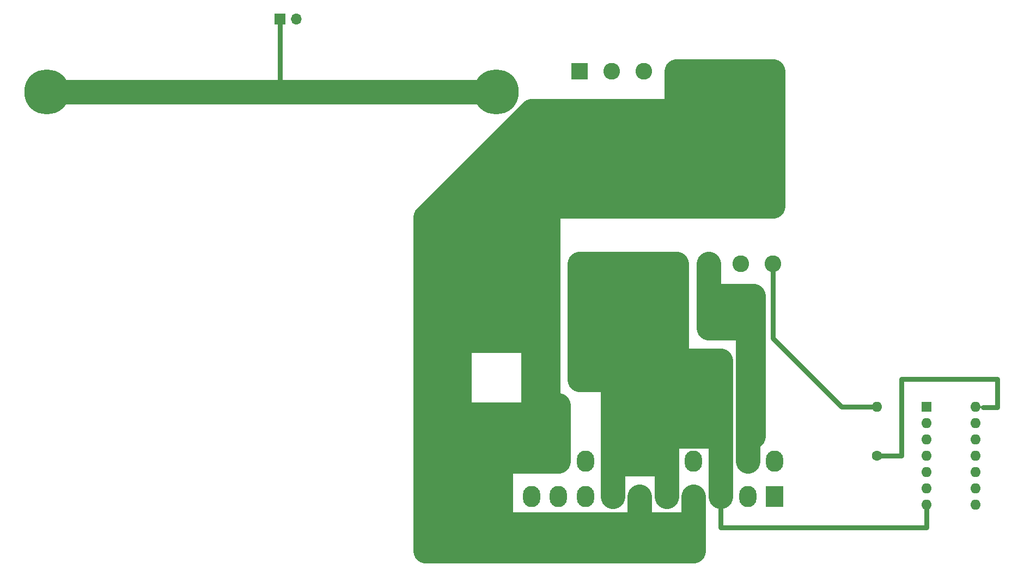
<source format=gbl>
G04 #@! TF.GenerationSoftware,KiCad,Pcbnew,(6.0.6)*
G04 #@! TF.CreationDate,2022-12-15T15:42:19-06:00*
G04 #@! TF.ProjectId,X6800 PicoPSU v2,58363830-3020-4506-9963-6f5053552076,rev?*
G04 #@! TF.SameCoordinates,Original*
G04 #@! TF.FileFunction,Copper,L2,Bot*
G04 #@! TF.FilePolarity,Positive*
%FSLAX46Y46*%
G04 Gerber Fmt 4.6, Leading zero omitted, Abs format (unit mm)*
G04 Created by KiCad (PCBNEW (6.0.6)) date 2022-12-15 15:42:19*
%MOMM*%
%LPD*%
G01*
G04 APERTURE LIST*
G04 #@! TA.AperFunction,ComponentPad*
%ADD10C,7.000000*%
G04 #@! TD*
G04 #@! TA.AperFunction,ComponentPad*
%ADD11C,0.800000*%
G04 #@! TD*
G04 #@! TA.AperFunction,ComponentPad*
%ADD12C,2.600000*%
G04 #@! TD*
G04 #@! TA.AperFunction,ComponentPad*
%ADD13R,2.600000X2.600000*%
G04 #@! TD*
G04 #@! TA.AperFunction,ComponentPad*
%ADD14O,2.700000X3.300000*%
G04 #@! TD*
G04 #@! TA.AperFunction,ComponentPad*
%ADD15R,2.700000X3.300000*%
G04 #@! TD*
G04 #@! TA.AperFunction,ComponentPad*
%ADD16O,1.600000X1.600000*%
G04 #@! TD*
G04 #@! TA.AperFunction,ComponentPad*
%ADD17R,1.600000X1.600000*%
G04 #@! TD*
G04 #@! TA.AperFunction,ComponentPad*
%ADD18C,1.600000*%
G04 #@! TD*
G04 #@! TA.AperFunction,ComponentPad*
%ADD19O,1.700000X1.700000*%
G04 #@! TD*
G04 #@! TA.AperFunction,ComponentPad*
%ADD20R,1.700000X1.700000*%
G04 #@! TD*
G04 #@! TA.AperFunction,Conductor*
%ADD21C,0.800000*%
G04 #@! TD*
G04 #@! TA.AperFunction,Conductor*
%ADD22C,3.800000*%
G04 #@! TD*
G04 #@! TA.AperFunction,Conductor*
%ADD23C,3.500000*%
G04 #@! TD*
G04 #@! TA.AperFunction,Conductor*
%ADD24C,0.250000*%
G04 #@! TD*
G04 APERTURE END LIST*
D10*
X134025000Y-65175000D03*
D11*
X136650000Y-65175000D03*
X135881155Y-67031155D03*
X134025000Y-67800000D03*
X132168845Y-67031155D03*
X131400000Y-65175000D03*
X132168845Y-63318845D03*
X134025000Y-62550000D03*
X135881155Y-63318845D03*
D12*
X177000000Y-92000000D03*
X172000000Y-92000000D03*
X167000000Y-92000000D03*
X162000000Y-92000000D03*
X157000000Y-92000000D03*
X152000000Y-92000000D03*
D13*
X147000000Y-92000000D03*
D14*
X139500000Y-122700000D03*
X143700000Y-122700000D03*
X147900000Y-122700000D03*
X152100000Y-122700000D03*
X156300000Y-122700000D03*
X160500000Y-122700000D03*
X164700000Y-122700000D03*
X168900000Y-122700000D03*
X173100000Y-122700000D03*
X177300000Y-122700000D03*
X139500000Y-128200000D03*
X143700000Y-128200000D03*
X147900000Y-128200000D03*
X152100000Y-128200000D03*
X156300000Y-128200000D03*
X160500000Y-128200000D03*
X164700000Y-128200000D03*
X168900000Y-128200000D03*
X173100000Y-128200000D03*
D15*
X177300000Y-128200000D03*
D16*
X208520000Y-114280000D03*
X200900000Y-129520000D03*
X208520000Y-116820000D03*
X200900000Y-126980000D03*
X208520000Y-119360000D03*
X200900000Y-124440000D03*
X208520000Y-121900000D03*
X200900000Y-121900000D03*
X208520000Y-124440000D03*
X200900000Y-119360000D03*
X208520000Y-126980000D03*
X200900000Y-116820000D03*
X208520000Y-129520000D03*
D17*
X200900000Y-114280000D03*
D16*
X193228734Y-114280000D03*
D18*
X193228734Y-121900000D03*
D19*
X102908100Y-53908960D03*
D20*
X100368100Y-53908960D03*
D13*
X147000000Y-62000000D03*
D12*
X152000000Y-62000000D03*
X157000000Y-62000000D03*
X162000000Y-62000000D03*
X167000000Y-62000000D03*
X172000000Y-62000000D03*
X177000000Y-62000000D03*
D11*
X66031155Y-63318845D03*
X64175000Y-62550000D03*
X62318845Y-63318845D03*
X61550000Y-65175000D03*
X62318845Y-67031155D03*
X64175000Y-67800000D03*
X66031155Y-67031155D03*
X66800000Y-65175000D03*
D10*
X64175000Y-65175000D03*
D21*
X200900000Y-133000000D02*
X168900000Y-133000000D01*
X168900000Y-133000000D02*
X168900000Y-128200000D01*
X200900000Y-129520000D02*
X200900000Y-133000000D01*
X211900000Y-109900000D02*
X197000000Y-109900000D01*
X197000000Y-109900000D02*
X197000000Y-121900000D01*
X197000000Y-121900000D02*
X193228734Y-121900000D01*
D22*
X173100000Y-97000000D02*
X173100000Y-122700000D01*
X167000000Y-92000000D02*
X167000000Y-102000000D01*
D21*
X193228734Y-114280000D02*
X187680000Y-114280000D01*
X177000000Y-103600000D02*
X177000000Y-92000000D01*
X187680000Y-114280000D02*
X177000000Y-103600000D01*
D22*
X160500000Y-128200000D02*
X160500000Y-122700000D01*
X160500000Y-122700000D02*
X160500000Y-95200000D01*
D23*
X157000000Y-113700000D02*
X157000000Y-92000000D01*
X156300000Y-122700000D02*
X156300000Y-95200000D01*
X152000000Y-117200000D02*
X152000000Y-92000000D01*
D22*
X152100000Y-110000000D02*
X152100000Y-122700000D01*
X147000000Y-92000000D02*
X147000000Y-110000000D01*
X152100000Y-122700000D02*
X152100000Y-128200000D01*
D23*
X152100000Y-123300000D02*
X160500000Y-123300000D01*
D22*
X168900000Y-128200000D02*
X168900000Y-122700000D01*
X168900000Y-107000000D02*
X168900000Y-122700000D01*
X162000000Y-117200000D02*
X162000000Y-92000000D01*
X162000000Y-92000000D02*
X147000000Y-92000000D01*
D23*
X162000000Y-95200000D02*
X147000000Y-95200000D01*
X152100000Y-120700000D02*
X160500000Y-120700000D01*
D22*
X152100000Y-118800000D02*
X168800000Y-118800000D01*
D23*
X152100000Y-115200000D02*
X168700000Y-115200000D01*
X149700000Y-110000000D02*
X149700000Y-95200000D01*
X154200000Y-113000000D02*
X154200000Y-95100000D01*
D22*
X147000000Y-110000000D02*
X168900000Y-110000000D01*
D24*
X164700000Y-133600000D02*
X164600000Y-133700000D01*
D22*
X164700000Y-128200000D02*
X164700000Y-136700000D01*
X156300000Y-128200000D02*
X156300000Y-133700000D01*
X123000000Y-132500000D02*
X164700000Y-132500000D01*
D21*
X209671370Y-114300000D02*
X211900000Y-114300000D01*
D24*
X209651370Y-114280000D02*
X209671370Y-114300000D01*
X208520000Y-114280000D02*
X209651370Y-114280000D01*
D21*
X211900000Y-114300000D02*
X211900000Y-109900000D01*
D22*
X100400000Y-65175000D02*
X134025000Y-65175000D01*
D21*
X100368100Y-53908960D02*
X100368100Y-65143100D01*
D22*
X64175000Y-65175000D02*
X100400000Y-65175000D01*
X139500000Y-83000000D02*
X177000000Y-83000000D01*
X177000000Y-83000000D02*
X177000000Y-62000000D01*
X162000000Y-68200000D02*
X162000000Y-62000000D01*
X139500000Y-68200000D02*
X177000000Y-68200000D01*
D24*
X139500000Y-69000000D02*
X139600000Y-69100000D01*
X162100000Y-69100000D02*
X162000000Y-69000000D01*
D22*
X130000000Y-122700000D02*
X143700000Y-122700000D01*
X143700000Y-114000000D02*
X143700000Y-122700000D01*
X142100000Y-119400000D02*
X142100000Y-69000000D01*
X162000000Y-62000000D02*
X177000000Y-62000000D01*
D23*
X162000000Y-64900000D02*
X177000000Y-64900000D01*
X123000000Y-134700000D02*
X164700000Y-134700000D01*
D22*
X123000000Y-136700000D02*
X164700000Y-136700000D01*
X139500000Y-118000000D02*
X139500000Y-122700000D01*
D24*
X122500000Y-132200000D02*
X123000000Y-132700000D01*
D22*
X123000000Y-84700000D02*
X123000000Y-136700000D01*
X139500000Y-68200000D02*
X123000000Y-84700000D01*
D23*
X139500000Y-75600000D02*
X139500000Y-68200000D01*
X125700000Y-83200000D02*
X125700000Y-135200000D01*
X128400000Y-80000000D02*
X128400000Y-134000000D01*
X131400000Y-77200000D02*
X131400000Y-92300000D01*
X139000000Y-74200000D02*
X139000000Y-89300000D01*
X133800000Y-75200000D02*
X133800000Y-90300000D01*
X139000000Y-71200000D02*
X176500000Y-71200000D01*
X138600000Y-74100000D02*
X176100000Y-74100000D01*
X138500000Y-77200000D02*
X176000000Y-77200000D01*
X139100000Y-79900000D02*
X176600000Y-79900000D01*
D22*
X141900000Y-103900000D02*
X126900000Y-103900000D01*
X141100000Y-100700000D02*
X126100000Y-100700000D01*
X140400000Y-97400000D02*
X125400000Y-97400000D01*
X140900000Y-94400000D02*
X125900000Y-94400000D01*
X140600000Y-91800000D02*
X125600000Y-91800000D01*
X141700000Y-115400000D02*
X126700000Y-115400000D01*
D23*
X134900000Y-116000000D02*
X134900000Y-135300000D01*
X131500000Y-115900000D02*
X131500000Y-135200000D01*
X136500000Y-117900000D02*
X136500000Y-119900000D01*
D22*
X147000000Y-107000000D02*
X168900000Y-107000000D01*
D23*
X152300000Y-112700000D02*
X168900000Y-112700000D01*
D22*
X139800000Y-99500000D02*
X139800000Y-117500000D01*
X167000000Y-97000000D02*
X174000000Y-97000000D01*
X167000000Y-102000000D02*
X173100000Y-102000000D01*
X174000000Y-97000000D02*
X174000000Y-118800000D01*
X167500000Y-99600000D02*
X173600000Y-99600000D01*
D23*
X136600000Y-74300000D02*
X136600000Y-89400000D01*
M02*

</source>
